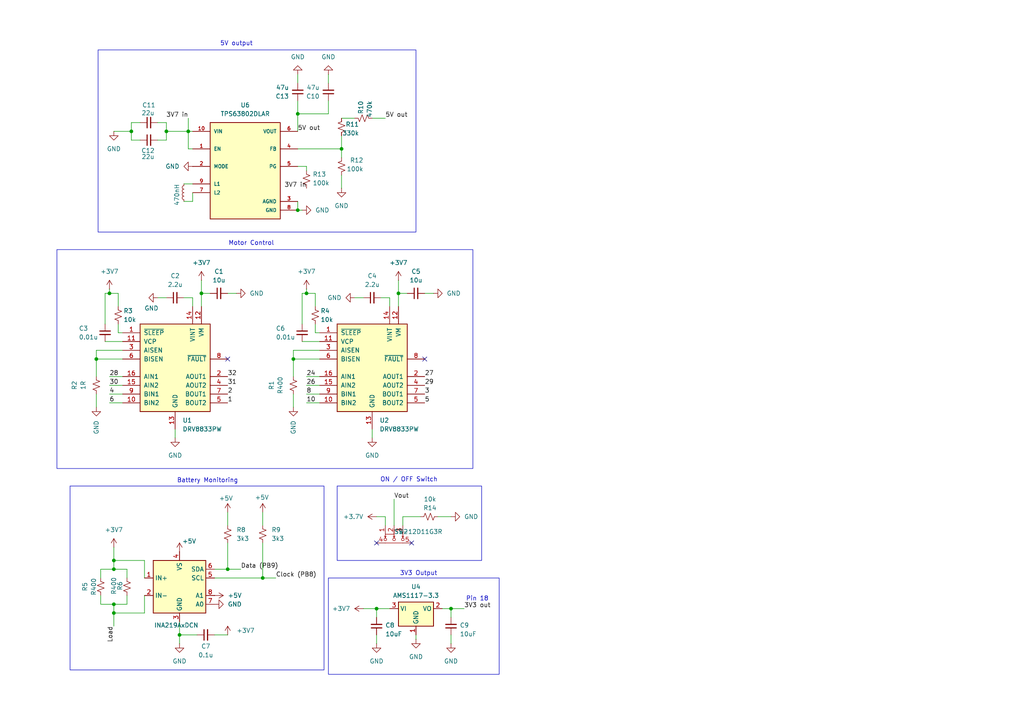
<source format=kicad_sch>
(kicad_sch (version 20250114) (generator "eeschema") (generator_version "9.0")
  (paper "A4")
  (lib_symbols
    (symbol "Device:C_Small" (pin_numbers (hide yes)) (pin_names (offset 0.254) (hide yes))
      (property "Reference" "C" (at 0.254 1.778 0))
      (property "Value" "C_Small" (at 0.254 -2.032 0))
      (symbol "C_Small_0_1"
        (polyline (pts (xy -1.524 0.508) (xy 1.524 0.508)) (stroke (width 0.3048)))
        (polyline (pts (xy -1.524 -0.508) (xy 1.524 -0.508)) (stroke (width 0.3302)))
      )
      (symbol "C_Small_1_1"
        (pin passive line (at 0 2.54 270) (length 2.032) (name "~") (number "1"))
        (pin passive line (at 0 -2.54 90) (length 2.032) (name "~") (number "2"))
      )
    )
    (symbol "Device:L_Small" (pin_numbers (hide yes)) (pin_names (offset 0.254) (hide yes))
      (property "Reference" "L" (at 0.762 1.016 0))
      (property "Value" "L_Small" (at 0.762 -1.016 0))
      (symbol "L_Small_0_1"
        (arc (start 0 2.032) (mid 0.5058 1.524) (end 0 1.016))
        (arc (start 0 1.016) (mid 0.5058 0.508) (end 0 0))
        (arc (start 0 0) (mid 0.5058 -0.508) (end 0 -1.016))
        (arc (start 0 -1.016) (mid 0.5058 -1.524) (end 0 -2.032))
      )
      (symbol "L_Small_1_1"
        (pin passive line (at 0 2.54 270) (length 0.508) (name "~") (number "1"))
        (pin passive line (at 0 -2.54 90) (length 0.508) (name "~") (number "2"))
      )
    )
    (symbol "Device:R_Small_US" (pin_numbers (hide yes)) (pin_names (offset 0.254) (hide yes))
      (property "Reference" "R" (at 0.762 0.508 0))
      (property "Value" "R_Small_US" (at 0.762 -1.016 0))
      (symbol "R_Small_US_1_1"
        (polyline (pts (xy 0 1.524) (xy 1.016 1.143) (xy 0 0.762) (xy -1.016 0.381) (xy 0 0)))
        (polyline (pts (xy 0 0) (xy 1.016 -0.381) (xy 0 -0.762) (xy -1.016 -1.143) (xy 0 -1.524)))
        (pin passive line (at 0 2.54 270) (length 1.016) (name "~") (number "1"))
        (pin passive line (at 0 -2.54 90) (length 1.016) (name "~") (number "2"))
      )
    )
    (symbol "Driver_Motor:DRV8833PW" (pin_names (offset 1.016))
      (property "Reference" "U" (at -3.81 16.51 0))
      (property "Value" "DRV8833PW" (at -3.81 13.97 0))
      (symbol "DRV8833PW_0_1"
        (rectangle (start -10.16 12.7) (end 10.16 -12.7) (stroke (width 0.254)) (fill (type background)))
      )
      (symbol "DRV8833PW_1_1"
        (pin input line (at -15.24 10.16 0) (length 5.08) (name "~{SLEEP}") (number "1"))
        (pin bidirectional line (at -15.24 7.62 0) (length 5.08) (name "VCP") (number "11"))
        (pin bidirectional line (at -15.24 5.08 0) (length 5.08) (name "AISEN") (number "3"))
        (pin bidirectional line (at -15.24 2.54 0) (length 5.08) (name "BISEN") (number "6"))
        (pin input line (at -15.24 -2.54 0) (length 5.08) (name "AIN1") (number "16"))
        (pin input line (at -15.24 -5.08 0) (length 5.08) (name "AIN2") (number "15"))
        (pin input line (at -15.24 -7.62 0) (length 5.08) (name "BIN1") (number "9"))
        (pin input line (at -15.24 -10.16 0) (length 5.08) (name "BIN2") (number "10"))
        (pin power_in line (at 0 -17.78 90) (length 5.08) (name "GND") (number "13"))
        (pin power_in line (at 5.08 17.78 270) (length 5.08) (name "VINT") (number "14"))
        (pin power_in line (at 7.62 17.78 270) (length 5.08) (name "VM") (number "12"))
        (pin open_collector line (at 15.24 2.54 180) (length 5.08) (name "~{FAULT}") (number "8"))
        (pin power_out line (at 15.24 -2.54 180) (length 5.08) (name "AOUT1") (number "2"))
        (pin power_out line (at 15.24 -5.08 180) (length 5.08) (name "AOUT2") (number "4"))
        (pin power_out line (at 15.24 -7.62 180) (length 5.08) (name "BOUT1") (number "7"))
        (pin power_out line (at 15.24 -10.16 180) (length 5.08) (name "BOUT2") (number "5"))
      )
    )
    (symbol "Regulator_Linear:AMS1117-3.3"
      (property "Reference" "U" (at -3.81 3.175 0))
      (property "Value" "AMS1117-3.3" (at 0 3.175 0))
      (symbol "AMS1117-3.3_0_1"
        (rectangle (start -5.08 -5.08) (end 5.08 1.905) (stroke (width 0.254)) (fill (type background)))
      )
      (symbol "AMS1117-3.3_1_1"
        (pin power_in line (at -7.62 0 0) (length 2.54) (name "VI") (number "3"))
        (pin power_in line (at 0 -7.62 90) (length 2.54) (name "GND") (number "1"))
        (pin power_out line (at 7.62 0 180) (length 2.54) (name "VO") (number "2"))
      )
    )
    (symbol "Sensor_Energy:INA219AxDCN"
      (property "Reference" "U" (at -6.35 8.89 0))
      (property "Value" "INA219AxDCN" (at 6.35 8.89 0))
      (symbol "INA219AxDCN_0_1"
        (rectangle (start -7.62 7.62) (end 7.62 -7.62) (stroke (width 0.254)) (fill (type background)))
      )
      (symbol "INA219AxDCN_1_1"
        (pin input line (at -10.16 2.54 0) (length 2.54) (name "IN+") (number "1"))
        (pin input line (at -10.16 -2.54 0) (length 2.54) (name "IN-") (number "2"))
        (pin power_in line (at 0 10.16 270) (length 2.54) (name "VS") (number "4"))
        (pin power_in line (at 0 -10.16 90) (length 2.54) (name "GND") (number "3"))
        (pin bidirectional line (at 10.16 5.08 180) (length 2.54) (name "SDA") (number "6"))
        (pin input line (at 10.16 2.54 180) (length 2.54) (name "SCL") (number "5"))
        (pin input line (at 10.16 -2.54 180) (length 2.54) (name "A1") (number "8"))
        (pin input line (at 10.16 -5.08 180) (length 2.54) (name "A0") (number "7"))
      )
    )
    (symbol "TPS63802DLAR:TPS63802DLAR" (pin_names (offset 1.016))
      (property "Reference" "U" (at -10.16 13.97 0))
      (property "Value" "TPS63802DLAR" (at -10.16 -16.51 0))
      (symbol "TPS63802DLAR_0_0"
        (rectangle (start -10.16 -15.24) (end 10.16 12.7) (stroke (width 0.254)) (fill (type background)))
        (pin input line (at -15.24 10.16 0) (length 5.08) (name "VIN") (number "10"))
        (pin input line (at -15.24 5.08 0) (length 5.08) (name "EN") (number "1"))
        (pin input line (at -15.24 0 0) (length 5.08) (name "MODE") (number "2"))
        (pin passive line (at -15.24 -5.08 0) (length 5.08) (name "L1") (number "9"))
        (pin passive line (at -15.24 -7.62 0) (length 5.08) (name "L2") (number "7"))
        (pin output line (at 15.24 10.16 180) (length 5.08) (name "VOUT") (number "6"))
        (pin input line (at 15.24 5.08 180) (length 5.08) (name "FB") (number "4"))
        (pin output line (at 15.24 0 180) (length 5.08) (name "PG") (number "5"))
        (pin power_in line (at 15.24 -10.16 180) (length 5.08) (name "AGND") (number "3"))
        (pin power_in line (at 15.24 -12.7 180) (length 5.08) (name "GND") (number "8"))
      )
    )
    (symbol "power:+3.3V" (power) (pin_numbers (hide yes)) (pin_names (offset 0) (hide yes))
      (property "Value" "+3.3V" (at 0 3.556 0))
      (symbol "+3.3V_0_1"
        (polyline (pts (xy -0.762 1.27) (xy 0 2.54)))
        (polyline (pts (xy 0 2.54) (xy 0.762 1.27)))
        (polyline (pts (xy 0 0) (xy 0 2.54)))
      )
      (symbol "+3.3V_1_1"
        (pin power_in line (at 0 0 90) (length 0) (name "~") (number "1"))
      )
    )
    (symbol "power:+3V8" (power) (pin_numbers (hide yes)) (pin_names (offset 0) (hide yes))
      (property "Value" "+3V8" (at 0 3.556 0))
      (symbol "+3V8_0_1"
        (polyline (pts (xy -0.762 1.27) (xy 0 2.54)))
        (polyline (pts (xy 0 2.54) (xy 0.762 1.27)))
        (polyline (pts (xy 0 0) (xy 0 2.54)))
      )
      (symbol "+3V8_1_1"
        (pin power_in line (at 0 0 90) (length 0) (name "~") (number "1"))
      )
    )
    (symbol "power:GND" (power) (pin_numbers (hide yes)) (pin_names (offset 0) (hide yes))
      (property "Value" "GND" (at 0 -3.81 0))
      (symbol "GND_0_1"
        (polyline (pts (xy 0 0) (xy 0 -1.27) (xy 1.27 -1.27) (xy 0 -2.54) (xy -1.27 -1.27) (xy 0 -1.27)))
      )
      (symbol "GND_1_1"
        (pin power_in line (at 0 0 270) (length 0) (name "~") (number "1"))
      )
    )
    (symbol "temp-altium-import:root_0_SS-12D11G3R_" (pin_names (hide yes))
      (symbol "root_0_SS-12D11G3R__1_0"
        (polyline (pts (xy -2.54 -1.016) (xy -2.794 -0.508)) (stroke (width 0) (color 160 0 0 1)))
        (polyline (pts (xy -2.54 -1.016) (xy -2.286 -0.508)) (stroke (width 0) (color 160 0 0 1)))
        (polyline (pts (xy -2.54 -1.016) (xy -2.54 0) (xy -2.54 0) (xy 0 0) (xy 0 0) (xy 0 -1.016) (xy 0 -1.016) (xy 0.254 -0.508)) (stroke (width 0) (color 160 0 0 1)))
        (circle (center -2.54 -1.524) (radius 0.381) (stroke (width 0) (color 160 0 0 1)))
        (polyline (pts (xy -2.54 -2.54) (xy 2.54 -2.54)) (stroke (width 0) (color 160 0 0 1)))
        (polyline (pts (xy 0 0) (xy 0 1.27) (xy 0 1.27) (xy 2.54 1.27) (xy 2.54 1.27) (xy 2.54 -1.016) (xy 2.54 -1.016) (xy 2.794 -0.508)) (stroke (width 0) (color 160 0 0 1)))
        (polyline (pts (xy 0 -1.016) (xy -0.254 -0.508)) (stroke (width 0) (color 160 0 0 1)))
        (circle (center 0 -1.524) (radius 0.381) (stroke (width 0) (color 160 0 0 1)))
        (polyline (pts (xy 2.54 -1.016) (xy 2.286 -0.508)) (stroke (width 0) (color 160 0 0 1)))
        (circle (center 2.54 -1.524) (radius 0.381) (stroke (width 0) (color 160 0 0 1)))
        (pin passive line (at -5.08 -2.54 0) (length 2.54) (name "4") (number "4"))
        (pin passive line (at -2.54 2.54 270) (length 2.54) (name "1") (number "1"))
        (pin passive line (at 0 2.54 270) (length 2.54) (name "2") (number "2"))
        (pin passive line (at 2.54 2.54 270) (length 2.54) (name "3") (number "3"))
        (pin passive line (at 5.08 -2.54 180) (length 2.54) (name "5") (number "5"))
      )
    )
  )
  (rectangle (start 16.51 72.39) (end 137.16 135.89))
  (rectangle (start 20.32 140.97) (end 93.98 194.31))
  (rectangle (start 97.79 140.97) (end 139.7 162.56))
  (rectangle (start 28.448 14.478) (end 120.65 67.31))
  (rectangle (start 95.25 167.64) (end 144.78 195.58))
  (text "Motor Control" (at 72.898 70.612 0) (effects (font (size 1.27 1.27))))
  (text "3V3 Output" (at 121.412 166.37 0) (effects (font (size 1.27 1.27))))
  (text "Battery Monitoring" (at 60.198 139.446 0) (effects (font (size 1.27 1.27))))
  (text "Pin 18" (at 138.43 173.736 0) (effects (font (size 1.27 1.27))))
  (text "ON / OFF Switch" (at 118.618 139.192 0) (effects (font (size 1.27 1.27))))
  (text "5V output" (at 68.58 12.7 0) (effects (font (size 1.27 1.27))))
  (junction (at 88.9 85.09))
  (junction (at 52.07 184.15))
  (junction (at 27.94 104.14))
  (junction (at 54.61 38.1))
  (junction (at 48.26 38.1))
  (junction (at 33.02 177.8))
  (junction (at 99.06 43.18))
  (junction (at 115.57 85.09))
  (junction (at 33.02 175.26))
  (junction (at 66.04 165.1))
  (junction (at 38.1 38.1))
  (junction (at 31.75 85.09))
  (junction (at 109.22 176.53))
  (junction (at 58.42 85.09))
  (junction (at 86.36 33.02))
  (junction (at 85.09 104.14))
  (junction (at 86.36 60.96))
  (junction (at 76.2 167.64))
  (junction (at 33.02 165.1))
  (junction (at 33.02 162.56))
  (junction (at 130.81 176.53))
  (no_connect (at 109.22 157.48))
  (no_connect (at 119.38 157.48))
  (no_connect (at 123.19 104.14))
  (no_connect (at 66.04 104.14))
  (wire (pts (xy 66.04 148.59) (xy 66.04 152.4)))
  (wire (pts (xy 85.09 104.14) (xy 85.09 101.6)))
  (wire (pts (xy 110.49 86.36) (xy 113.03 86.36)))
  (wire (pts (xy 86.36 24.13) (xy 86.36 21.59)))
  (wire (pts (xy 31.75 111.76) (xy 35.56 111.76)))
  (wire (pts (xy 130.81 184.15) (xy 130.81 186.69)))
  (wire (pts (xy 58.42 85.09) (xy 60.96 85.09)))
  (wire (pts (xy 31.75 114.3) (xy 35.56 114.3)))
  (wire (pts (xy 88.9 83.82) (xy 88.9 85.09)))
  (wire (pts (xy 123.19 85.09) (xy 125.73 85.09)))
  (wire (pts (xy 109.22 176.53) (xy 113.03 176.53)))
  (wire (pts (xy 87.63 85.09) (xy 87.63 93.98)))
  (wire (pts (xy 76.2 157.48) (xy 76.2 167.64)))
  (wire (pts (xy 95.25 33.02) (xy 86.36 33.02)))
  (wire (pts (xy 66.04 165.1) (xy 69.85 165.1)))
  (wire (pts (xy 130.81 176.53) (xy 134.62 176.53)))
  (wire (pts (xy 85.09 109.22) (xy 85.09 104.14)))
  (wire (pts (xy 35.56 99.06) (xy 30.48 99.06)))
  (wire (pts (xy 62.23 167.64) (xy 76.2 167.64)))
  (wire (pts (xy 86.36 60.96) (xy 87.63 60.96)))
  (wire (pts (xy 33.02 162.56) (xy 33.02 165.1)))
  (wire (pts (xy 58.42 81.28) (xy 58.42 85.09)))
  (wire (pts (xy 33.02 165.1) (xy 36.83 165.1)))
  (wire (pts (xy 27.94 109.22) (xy 27.94 104.14)))
  (wire (pts (xy 41.91 167.64) (xy 41.91 162.56)))
  (wire (pts (xy 53.34 53.34) (xy 55.88 53.34)))
  (wire (pts (xy 36.83 172.72) (xy 36.83 175.26)))
  (wire (pts (xy 40.64 35.56) (xy 38.1 35.56)))
  (wire (pts (xy 38.1 35.56) (xy 38.1 38.1)))
  (wire (pts (xy 40.64 40.64) (xy 38.1 40.64)))
  (wire (pts (xy 54.61 34.29) (xy 54.61 38.1)))
  (wire (pts (xy 41.91 172.72) (xy 41.91 177.8)))
  (wire (pts (xy 66.04 184.15) (xy 62.23 184.15)))
  (wire (pts (xy 29.21 167.64) (xy 29.21 165.1)))
  (wire (pts (xy 107.95 124.46) (xy 107.95 127)))
  (wire (pts (xy 52.07 180.34) (xy 52.07 184.15)))
  (wire (pts (xy 114.3 144.78) (xy 114.3 152.4)))
  (wire (pts (xy 34.29 85.09) (xy 34.29 88.9)))
  (wire (pts (xy 86.36 48.26) (xy 88.9 48.26)))
  (wire (pts (xy 87.63 85.09) (xy 88.9 85.09)))
  (wire (pts (xy 109.22 176.53) (xy 109.22 179.07)))
  (wire (pts (xy 48.26 38.1) (xy 48.26 40.64)))
  (wire (pts (xy 30.48 85.09) (xy 31.75 85.09)))
  (wire (pts (xy 109.22 149.86) (xy 111.76 149.86)))
  (wire (pts (xy 31.75 116.84) (xy 35.56 116.84)))
  (wire (pts (xy 111.76 149.86) (xy 111.76 152.4)))
  (wire (pts (xy 27.94 118.11) (xy 27.94 114.3)))
  (wire (pts (xy 58.42 85.09) (xy 58.42 88.9)))
  (wire (pts (xy 48.26 35.56) (xy 48.26 38.1)))
  (wire (pts (xy 121.92 149.86) (xy 116.84 149.86)))
  (wire (pts (xy 66.04 157.48) (xy 66.04 165.1)))
  (wire (pts (xy 99.06 43.18) (xy 86.36 43.18)))
  (wire (pts (xy 107.95 34.29) (xy 111.76 34.29)))
  (wire (pts (xy 33.02 175.26) (xy 33.02 177.8)))
  (wire (pts (xy 105.41 176.53) (xy 109.22 176.53)))
  (wire (pts (xy 45.72 86.36) (xy 48.26 86.36)))
  (wire (pts (xy 29.21 165.1) (xy 33.02 165.1)))
  (wire (pts (xy 27.94 104.14) (xy 35.56 104.14)))
  (wire (pts (xy 33.02 177.8) (xy 33.02 181.61)))
  (wire (pts (xy 54.61 43.18) (xy 54.61 38.1)))
  (wire (pts (xy 38.1 38.1) (xy 38.1 40.64)))
  (wire (pts (xy 99.06 50.8) (xy 99.06 54.61)))
  (wire (pts (xy 34.29 96.52) (xy 35.56 96.52)))
  (wire (pts (xy 30.48 85.09) (xy 30.48 93.98)))
  (wire (pts (xy 99.06 39.37) (xy 99.06 43.18)))
  (wire (pts (xy 55.88 43.18) (xy 54.61 43.18)))
  (wire (pts (xy 116.84 149.86) (xy 116.84 152.4)))
  (wire (pts (xy 91.44 85.09) (xy 91.44 88.9)))
  (wire (pts (xy 88.9 49.53) (xy 88.9 48.26)))
  (wire (pts (xy 85.09 104.14) (xy 92.71 104.14)))
  (wire (pts (xy 102.87 86.36) (xy 105.41 86.36)))
  (wire (pts (xy 109.22 184.15) (xy 109.22 186.69)))
  (wire (pts (xy 31.75 85.09) (xy 34.29 85.09)))
  (wire (pts (xy 76.2 167.64) (xy 80.01 167.64)))
  (wire (pts (xy 76.2 148.59) (xy 76.2 152.4)))
  (wire (pts (xy 95.25 24.13) (xy 95.25 21.59)))
  (wire (pts (xy 55.88 55.88) (xy 55.88 58.42)))
  (wire (pts (xy 53.34 58.42) (xy 55.88 58.42)))
  (wire (pts (xy 86.36 33.02) (xy 86.36 29.21)))
  (wire (pts (xy 33.02 158.75) (xy 33.02 162.56)))
  (wire (pts (xy 34.29 93.98) (xy 34.29 96.52)))
  (wire (pts (xy 31.75 109.22) (xy 35.56 109.22)))
  (wire (pts (xy 91.44 96.52) (xy 92.71 96.52)))
  (wire (pts (xy 130.81 176.53) (xy 130.81 179.07)))
  (wire (pts (xy 33.02 177.8) (xy 41.91 177.8)))
  (wire (pts (xy 33.02 175.26) (xy 36.83 175.26)))
  (wire (pts (xy 29.21 175.26) (xy 33.02 175.26)))
  (wire (pts (xy 35.56 101.6) (xy 27.94 101.6)))
  (wire (pts (xy 45.72 35.56) (xy 48.26 35.56)))
  (wire (pts (xy 27.94 104.14) (xy 27.94 101.6)))
  (wire (pts (xy 92.71 101.6) (xy 85.09 101.6)))
  (wire (pts (xy 115.57 85.09) (xy 115.57 88.9)))
  (wire (pts (xy 88.9 109.22) (xy 92.71 109.22)))
  (wire (pts (xy 29.21 172.72) (xy 29.21 175.26)))
  (wire (pts (xy 88.9 116.84) (xy 92.71 116.84)))
  (wire (pts (xy 95.25 33.02) (xy 95.25 29.21)))
  (wire (pts (xy 62.23 165.1) (xy 66.04 165.1)))
  (wire (pts (xy 55.88 88.9) (xy 55.88 86.36)))
  (wire (pts (xy 38.1 38.1) (xy 33.02 38.1)))
  (wire (pts (xy 86.36 58.42) (xy 86.36 60.96)))
  (wire (pts (xy 48.26 40.64) (xy 45.72 40.64)))
  (wire (pts (xy 128.27 176.53) (xy 130.81 176.53)))
  (wire (pts (xy 113.03 88.9) (xy 113.03 86.36)))
  (wire (pts (xy 57.15 184.15) (xy 52.07 184.15)))
  (wire (pts (xy 31.75 83.82) (xy 31.75 85.09)))
  (wire (pts (xy 55.88 38.1) (xy 54.61 38.1)))
  (wire (pts (xy 36.83 165.1) (xy 36.83 167.64)))
  (wire (pts (xy 88.9 111.76) (xy 92.71 111.76)))
  (wire (pts (xy 54.61 38.1) (xy 48.26 38.1)))
  (wire (pts (xy 50.8 124.46) (xy 50.8 127)))
  (wire (pts (xy 120.65 184.15) (xy 120.65 185.42)))
  (wire (pts (xy 53.34 86.36) (xy 55.88 86.36)))
  (wire (pts (xy 66.04 85.09) (xy 68.58 85.09)))
  (wire (pts (xy 52.07 184.15) (xy 52.07 186.69)))
  (wire (pts (xy 88.9 85.09) (xy 91.44 85.09)))
  (wire (pts (xy 99.06 43.18) (xy 99.06 45.72)))
  (wire (pts (xy 115.57 81.28) (xy 115.57 85.09)))
  (wire (pts (xy 99.06 34.29) (xy 102.87 34.29)))
  (wire (pts (xy 88.9 114.3) (xy 92.71 114.3)))
  (wire (pts (xy 85.09 118.11) (xy 85.09 114.3)))
  (wire (pts (xy 33.02 162.56) (xy 41.91 162.56)))
  (wire (pts (xy 130.81 149.86) (xy 127 149.86)))
  (wire (pts (xy 91.44 93.98) (xy 91.44 96.52)))
  (wire (pts (xy 92.71 99.06) (xy 87.63 99.06)))
  (wire (pts (xy 115.57 85.09) (xy 118.11 85.09)))
  (wire (pts (xy 86.36 33.02) (xy 86.36 38.1)))
  (label "3V7 in" (at 54.61 34.29 180))
  (label "1" (at 66.04 116.84 0))
  (label "8" (at 88.9 114.3 0))
  (label "32" (at 66.04 109.22 0))
  (label "Load" (at 33.02 181.61 270))
  (label "6" (at 31.75 116.84 0))
  (label "4" (at 31.75 114.3 0))
  (label "Vout" (at 114.3 144.78 0))
  (label "29" (at 123.19 111.76 0))
  (label "10" (at 88.9 116.84 0))
  (label "30" (at 31.75 111.76 0))
  (label "27" (at 123.19 109.22 0))
  (label "3" (at 123.19 114.3 0))
  (label "5" (at 123.19 116.84 0))
  (label "5V out" (at 86.36 38.1 0))
  (label "Data (PB9)" (at 69.85 165.1 0))
  (label "24" (at 88.9 109.22 0))
  (label "2" (at 66.04 114.3 0))
  (label "26" (at 88.9 111.76 0))
  (label "5V out" (at 111.76 34.29 0))
  (label "3V7 in" (at 88.9 54.61 180))
  (label "3V3 out" (at 134.62 176.53 0))
  (label "28" (at 31.75 109.22 0))
  (label "31" (at 66.04 111.76 0))
  (label "Clock (PB8)" (at 80.01 167.64 0))
  (symbol (lib_id "power:+3V8") (at 66.04 184.15 0) (unit 1)
    (property "Reference" "#PWR021" (effects (hide yes)))
    (property "Value" "+3V7" (at 68.58 182.8799 0) (effects (justify left)))
    (property "Description" "Power symbol creates a global label with name \"+3V8\"" (effects (hide yes)))
  )
  (symbol (lib_id "Device:C_Small") (at 95.25 26.67 180) (unit 1)
    (property "Reference" "C10" (at 92.71 27.9338 0) (effects (justify left)))
    (property "Value" "47u" (at 92.71 25.3938 0) (effects (justify left)))
    (property "Footprint" "Capacitor_SMD:C_0402_1005Metric_Pad0.74x0.62mm_HandSolder" (effects (hide yes)))
    (property "Datasheet" "https://jlcpcb.com/api/file/downloadByFileSystemAccessId/8586178935554256896" (effects (hide yes)))
    (property "Description" "Unpolarized capacitor, small symbol" (effects (hide yes)))
    (property "LSCS" "C96123" (effects (hide yes)))
  )
  (symbol (lib_id "power:GND") (at 99.06 54.61 0) (mirror y) (unit 1)
    (property "Reference" "#PWR027" (effects (hide yes)))
    (property "Value" "GND" (at 99.06 59.69 0))
    (property "Description" "Power symbol creates a global label with name \"GND\" , ground" (effects (hide yes)))
  )
  (symbol (lib_id "Device:R_Small_US") (at 99.06 48.26 0) (mirror y) (unit 1)
    (property "Reference" "R12" (at 105.41 46.482 0) (effects (justify left)))
    (property "Value" "100k" (at 105.41 49.022 0) (effects (justify left)))
    (property "Footprint" "Resistor_SMD:R_0402_1005Metric_Pad0.72x0.64mm_HandSolder" (effects (hide yes)))
    (property "Datasheet" "https://jlcpcb.com/api/file/downloadByFileSystemAccessId/8579705919464263680" (effects (hide yes)))
    (property "Description" "Resistor, small US symbol" (effects (hide yes)))
    (property "LSCS" "C25741" (effects (hide yes)))
  )
  (symbol (lib_id "Device:R_Small_US") (at 36.83 170.18 180) (unit 1)
    (property "Reference" "R6" (at 34.798 169.926 90))
    (property "Value" "R400" (at 33.02 169.926 90))
    (property "Footprint" "Resistor_SMD:R_1206_3216Metric_Pad1.30x1.75mm_HandSolder" (effects (hide yes)))
    (property "Datasheet" "https://jlcpcb.com/api/file/downloadByFileSystemAccessId/8586177770150113280" (effects (hide yes)))
    (property "Description" "Resistor, small US symbol" (effects (hide yes)))
    (property "LSCS" "C247521" (effects (hide yes)))
  )
  (symbol (lib_id "Device:R_Small_US") (at 105.41 34.29 90) (mirror x) (unit 1)
    (property "Reference" "R10" (at 104.648 29.21 0) (effects (justify left)))
    (property "Value" "470k" (at 107.188 29.21 0) (effects (justify left)))
    (property "Footprint" "Resistor_SMD:R_0603_1608Metric_Pad0.98x0.95mm_HandSolder" (effects (hide yes)))
    (property "Datasheet" "https://jlcpcb.com/api/file/downloadByFileSystemAccessId/8579706262591750144" (effects (hide yes)))
    (property "Description" "Resistor, small US symbol" (effects (hide yes)))
    (property "LSCS" "C23178" (effects (hide yes)))
  )
  (symbol (lib_id "power:GND") (at 107.95 127 0) (unit 1)
    (property "Reference" "#PWR012" (effects (hide yes)))
    (property "Value" "GND" (at 107.95 132.08 0))
    (property "Description" "Power symbol creates a global label with name \"GND\" , ground" (effects (hide yes)))
  )
  (symbol (lib_id "power:+3V8") (at 52.07 160.02 0) (unit 1)
    (property "Reference" "#PWR07" (effects (hide yes)))
    (property "Value" "+5V" (at 52.832 156.972 0) (effects (justify left)))
    (property "Description" "Power symbol creates a global label with name \"+3V8\"" (effects (hide yes)))
  )
  (symbol (lib_id "power:GND") (at 85.09 118.11 0) (unit 1)
    (property "Reference" "#PWR01" (effects (hide yes)))
    (property "Value" "GND" (at 85.0899 121.92 90) (effects (justify right)))
    (property "Description" "Power symbol creates a global label with name \"GND\" , ground" (effects (hide yes)))
  )
  (symbol (lib_id "Device:R_Small_US") (at 66.04 154.94 0) (unit 1)
    (property "Reference" "R8" (at 68.58 153.6699 0) (effects (justify left)))
    (property "Value" "3k3" (at 68.58 156.2099 0) (effects (justify left)))
    (property "Footprint" "Resistor_SMD:R_0603_1608Metric_Pad0.98x0.95mm_HandSolder" (effects (hide yes)))
    (property "Datasheet" "https://jlcpcb.com/api/file/downloadByFileSystemAccessId/8579706198066577408" (effects (hide yes)))
    (property "Description" "Resistor, small US symbol" (effects (hide yes)))
    (property "LCSC" "C22978" (effects (hide yes)))
  )
  (symbol (lib_id "Device:R_Small_US") (at 27.94 111.76 180) (unit 1)
    (property "Reference" "R2" (at 21.59 111.76 90))
    (property "Value" "1R" (at 24.13 111.76 90))
    (property "Footprint" "Resistor_SMD:R_1206_3216Metric_Pad1.30x1.75mm_HandSolder" (effects (hide yes)))
    (property "Datasheet" "https://jlcpcb.com/api/file/downloadByFileSystemAccessId/8579705884869509120" (effects (hide yes)))
    (property "Description" "Resistor, small US symbol" (effects (hide yes)))
    (property "LSCS" "C17928" (effects (hide yes)))
  )
  (symbol (lib_id "Device:C_Small") (at 107.95 86.36 90) (unit 1)
    (property "Reference" "C4" (at 107.9563 80.01 90))
    (property "Value" "2.2u" (at 107.9563 82.55 90))
    (property "Footprint" "Capacitor_SMD:C_0402_1005Metric_Pad0.74x0.62mm_HandSolder" (effects (hide yes)))
    (property "Datasheet" "https://jlcpcb.com/api/file/downloadByFileSystemAccessId/8586178550172540928" (effects (hide yes)))
    (property "Description" "Unpolarized capacitor, small symbol" (effects (hide yes)))
    (property "LSCS" "C12530" (effects (hide yes)))
  )
  (symbol (lib_id "power:GND") (at 102.87 86.36 270) (unit 1)
    (property "Reference" "#PWR08" (effects (hide yes)))
    (property "Value" "GND" (at 99.06 86.3599 90) (effects (justify right)))
    (property "Description" "Power symbol creates a global label with name \"GND\" , ground" (effects (hide yes)))
  )
  (symbol (lib_id "Device:C_Small") (at 130.81 181.61 180) (unit 1)
    (property "Reference" "C9" (at 133.35 181.356 0) (effects (justify right)))
    (property "Value" "10uF" (at 133.35 183.896 0) (effects (justify right)))
    (property "Footprint" "Capacitor_SMD:C_0402_1005Metric_Pad0.74x0.62mm_HandSolder" (effects (hide yes)))
    (property "Datasheet" "https://jlcpcb.com/api/file/downloadByFileSystemAccessId/8579707107920437248" (effects (hide yes)))
    (property "Description" "Unpolarized capacitor, small symbol" (effects (hide yes)))
    (property "LSCS" "C19702" (effects (hide yes)))
  )
  (symbol (lib_id "Device:R_Small_US") (at 88.9 52.07 0) (unit 1)
    (property "Reference" "R13" (at 90.678 50.546 0) (effects (justify left)))
    (property "Value" "100k" (at 90.678 53.086 0) (effects (justify left)))
    (property "Footprint" "Resistor_SMD:R_0402_1005Metric_Pad0.72x0.64mm_HandSolder" (effects (hide yes)))
    (property "Datasheet" "https://jlcpcb.com/api/file/downloadByFileSystemAccessId/8579705919464263680" (effects (hide yes)))
    (property "Description" "Resistor, small US symbol" (effects (hide yes)))
    (property "LSCS" "C25741" (effects (hide yes)))
  )
  (symbol (lib_id "Driver_Motor:DRV8833PW") (at 50.8 106.68 0) (unit 1)
    (property "Reference" "U1" (at 52.9433 121.92 0) (effects (justify left)))
    (property "Value" "DRV8833PW" (at 52.9433 124.46 0) (effects (justify left)))
    (property "Footprint" "Package_SO:TSSOP-16_4.4x5mm_P0.65mm" (effects (hide yes)))
    (property "Datasheet" "https://jlcpcb.com/api/file/downloadByFileSystemAccessId/8588881461298802689" (effects (hide yes)))
    (property "Description" "Dual H-Bridge Motor Driver, TSSOP-16" (effects (hide yes)))
    (property "LSCS" " C50506" (effects (hide yes)))
  )
  (symbol (lib_id "power:GND") (at 86.36 21.59 180) (unit 1)
    (property "Reference" "#PWR031" (effects (hide yes)))
    (property "Value" "GND" (at 86.36 16.51 0))
    (property "Description" "Power symbol creates a global label with name \"GND\" , ground" (effects (hide yes)))
  )
  (symbol (lib_id "Device:R_Small_US") (at 124.46 149.86 270) (unit 1)
    (property "Reference" "R14" (at 124.714 147.32 90))
    (property "Value" "10k" (at 124.714 144.78 90))
    (property "Footprint" "Resistor_SMD:R_0402_1005Metric_Pad0.72x0.64mm_HandSolder" (effects (hide yes)))
    (property "Datasheet" "https://jlcpcb.com/api/file/downloadByFileSystemAccessId/8556212101498380288" (effects (hide yes)))
    (property "Description" "Resistor, small US symbol" (effects (hide yes)))
    (property "LSCS" "C25744" (effects (hide yes)))
  )
  (symbol (lib_id "power:GND") (at 27.94 118.11 0) (unit 1)
    (property "Reference" "#PWR03" (effects (hide yes)))
    (property "Value" "GND" (at 27.9399 121.92 90) (effects (justify right)))
    (property "Description" "Power symbol creates a global label with name \"GND\" , ground" (effects (hide yes)))
  )
  (symbol (lib_id "power:+3V8") (at 62.23 172.72 270) (unit 1)
    (property "Reference" "#PWR018" (effects (hide yes)))
    (property "Value" "+5V" (at 66.04 172.7199 90) (effects (justify left)))
    (property "Description" "Power symbol creates a global label with name \"+3V8\"" (effects (hide yes)))
  )
  (symbol (lib_id "temp-altium-import:root_0_SS-12D11G3R_") (at 114.3 154.94 0) (unit 1)
    (property "Reference" "SW2" (at 114.3 154.94 0) (effects (justify left bottom)))
    (property "Value" "SS-12D11G3R" (at 114.3 154.94 0) (effects (justify left bottom)))
    (property "Footprint" "SS-12D11G3R:SW-TH_SS-12D11L3" (effects (hide yes)))
    (property "SYMBOL" "SS-12D11G3R" (effects (hide yes)))
    (property "DEVICE" "SS-12D11G3R" (effects (hide yes)))
    (property "LCSC PART NAME" "柄长3mm 弯插双档 滑动开关" (effects (hide yes)))
    (property "SUPPLIER PART" "C843362" (effects (hide yes)))
    (property "MANUFACTURER" "XKB Connectivity(中国星坤)" (effects (hide yes)))
    (property "MANUFACTURER PART" "SS-12D11G3R" (effects (hide yes)))
    (property "SUPPLIER FOOTPRINT" "插件" (effects (hide yes)))
    (property "JLCPCB PART CLASS" "Extended Part" (effects (hide yes)))
    (property "DATASHEET" "https://atta.szlcsc.com/upload/public/pdf/source/20211009/84F89DEF741E27E9E55DE4039DC07CAD.pdf" (effects (hide yes)))
    (property "SUPPLIER" "LCSC" (effects (hide yes)))
    (property "ADD INTO BOM" "yes" (effects (hide yes)))
    (property "CONVERT TO PCB" "yes" (effects (hide yes)))
    (property "CIRCUIT" "SPDT" (effects (hide yes)))
    (property "ACTUATOR STYLE" "Rectangular columnar" (effects (hide yes)))
    (property "PIN STYLE" "PCPin" (effects (hide yes)))
    (property "SWITCH LENGTH" "13.5mm" (effects (hide yes)))
    (property "SWITCH WIDTH" "6.6mm" (effects (hide yes)))
    (property "SWITCH HEIGHT" "6.3mm" (effects (hide yes)))
    (property "MOUNTING STYLE" "Right-Angle" (effects (hide yes)))
    (property "ACTUATOR COLOR" "Black" (effects (hide yes)))
    (property "CURRENT RATING (DC)" "3A" (effects (hide yes)))
    (property "VOLTAGE RATING (DC)" "125V" (effects (hide yes)))
    (property "CURRENT RATING (AC)" "3A" (effects (hide yes)))
    (property "VOLTAGE RATING (AC)" "125V" (effects (hide yes)))
    (property "MECHANICAL LIFE" "1万次" (effects (hide yes)))
    (property "OPERATING TEMPERATURE" "-40℃~+85℃" (effects (hide yes)))
  )
  (symbol (lib_id "Device:R_Small_US") (at 91.44 91.44 0) (unit 1)
    (property "Reference" "R4" (at 92.964 90.17 0) (effects (justify left)))
    (property "Value" "10k" (at 92.964 92.71 0) (effects (justify left)))
    (property "Footprint" "Resistor_SMD:R_0402_1005Metric_Pad0.72x0.64mm_HandSolder" (effects (hide yes)))
    (property "Datasheet" "https://jlcpcb.com/api/file/downloadByFileSystemAccessId/8562006748401074176" (effects (hide yes)))
    (property "Description" "Resistor, small US symbol" (effects (hide yes)))
    (property "LSCS" "C17414" (effects (hide yes)))
  )
  (symbol (lib_id "Regulator_Linear:AMS1117-3.3") (at 120.65 176.53 0) (unit 1)
    (property "Reference" "U4" (at 120.65 170.18 0))
    (property "Value" "AMS1117-3.3" (at 120.65 172.72 0))
    (property "Footprint" "Package_TO_SOT_SMD:SOT-223-3_TabPin2" (effects (hide yes)))
    (property "Datasheet" "https://jlcpcb.com/api/file/downloadByFileSystemAccessId/8550724073479806976" (effects (hide yes)))
    (property "Description" "1A Low Dropout regulator, positive, 3.3V fixed output, SOT-223" (effects (hide yes)))
    (property "LSCS" "C6186" (effects (hide yes)))
  )
  (symbol (lib_id "power:GND") (at 68.58 85.09 90) (unit 1)
    (property "Reference" "#PWR04" (effects (hide yes)))
    (property "Value" "GND" (at 72.39 85.0899 90) (effects (justify right)))
    (property "Description" "Power symbol creates a global label with name \"GND\" , ground" (effects (hide yes)))
  )
  (symbol (lib_id "power:+3V8") (at 66.04 148.59 0) (unit 1)
    (property "Reference" "#PWR020" (effects (hide yes)))
    (property "Value" "+5V" (at 63.5 144.526 0) (effects (justify left)))
    (property "Description" "Power symbol creates a global label with name \"+3V8\"" (effects (hide yes)))
  )
  (symbol (lib_id "Device:C_Small") (at 109.22 181.61 180) (unit 1)
    (property "Reference" "C8" (at 111.76 181.356 0) (effects (justify right)))
    (property "Value" "10uF" (at 111.76 183.896 0) (effects (justify right)))
    (property "Footprint" "Capacitor_SMD:C_0402_1005Metric_Pad0.74x0.62mm_HandSolder" (effects (hide yes)))
    (property "Datasheet" "https://jlcpcb.com/api/file/downloadByFileSystemAccessId/8579707107920437248" (effects (hide yes)))
    (property "Description" "Unpolarized capacitor, small symbol" (effects (hide yes)))
    (property "LSCS" "C19702" (effects (hide yes)))
  )
  (symbol (lib_id "power:+3V8") (at 58.42 81.28 0) (unit 1)
    (property "Reference" "#PWR05" (effects (hide yes)))
    (property "Value" "+3V7" (at 58.42 76.2 0))
    (property "Description" "Power symbol creates a global label with name \"+3V8\"" (effects (hide yes)))
  )
  (symbol (lib_id "power:GND") (at 87.63 60.96 90) (unit 1)
    (property "Reference" "#PWR029" (effects (hide yes)))
    (property "Value" "GND" (at 91.44 60.9599 90) (effects (justify right)))
    (property "Description" "Power symbol creates a global label with name \"GND\" , ground" (effects (hide yes)))
  )
  (symbol (lib_id "power:GND") (at 125.73 85.09 90) (unit 1)
    (property "Reference" "#PWR010" (effects (hide yes)))
    (property "Value" "GND" (at 129.54 85.0899 90) (effects (justify right)))
    (property "Description" "Power symbol creates a global label with name \"GND\" , ground" (effects (hide yes)))
  )
  (symbol (lib_id "power:+3V8") (at 115.57 81.28 0) (unit 1)
    (property "Reference" "#PWR09" (effects (hide yes)))
    (property "Value" "+3V7" (at 115.57 76.2 0))
    (property "Description" "Power symbol creates a global label with name \"+3V8\"" (effects (hide yes)))
  )
  (symbol (lib_id "power:+3V8") (at 31.75 83.82 0) (unit 1)
    (property "Reference" "#PWR013" (effects (hide yes)))
    (property "Value" "+3V7" (at 31.75 78.74 0))
    (property "Description" "Power symbol creates a global label with name \"+3V8\"" (effects (hide yes)))
  )
  (symbol (lib_id "Driver_Motor:DRV8833PW") (at 107.95 106.68 0) (unit 1)
    (property "Reference" "U2" (at 110.0933 121.92 0) (effects (justify left)))
    (property "Value" "DRV8833PW" (at 110.0933 124.46 0) (effects (justify left)))
    (property "Footprint" "Package_SO:TSSOP-16_4.4x5mm_P0.65mm" (effects (hide yes)))
    (property "Datasheet" "https://jlcpcb.com/api/file/downloadByFileSystemAccessId/8588881461298802689" (effects (hide yes)))
    (property "Description" "Dual H-Bridge Motor Driver, TSSOP-16" (effects (hide yes)))
    (property "LSCS" " C50506" (effects (hide yes)))
  )
  (symbol (lib_id "power:GND") (at 55.88 48.26 270) (unit 1)
    (property "Reference" "#PWR028" (effects (hide yes)))
    (property "Value" "GND" (at 52.07 48.2599 90) (effects (justify right)))
    (property "Description" "Power symbol creates a global label with name \"GND\" , ground" (effects (hide yes)))
  )
  (symbol (lib_id "Device:C_Small") (at 63.5 85.09 90) (unit 1)
    (property "Reference" "C1" (at 63.5063 78.74 90))
    (property "Value" "10u" (at 63.5063 81.28 90))
    (property "Footprint" "Capacitor_SMD:C_0402_1005Metric_Pad0.74x0.62mm_HandSolder" (effects (hide yes)))
    (property "Datasheet" "https://jlcpcb.com/api/file/downloadByFileSystemAccessId/8579707190011494400" (effects (hide yes)))
    (property "Description" "Unpolarized capacitor, small symbol" (effects (hide yes)))
    (property "LSCS" "C15525" (effects (hide yes)))
  )
  (symbol (lib_id "Device:R_Small_US") (at 85.09 111.76 180) (unit 1)
    (property "Reference" "R1" (at 78.74 111.76 90))
    (property "Value" "R400" (at 81.28 111.76 90))
    (property "Footprint" "Resistor_SMD:R_1206_3216Metric_Pad1.30x1.75mm_HandSolder" (effects (hide yes)))
    (property "Datasheet" "https://jlcpcb.com/api/file/downloadByFileSystemAccessId/8586177770150113280" (effects (hide yes)))
    (property "Description" "Resistor, small US symbol" (effects (hide yes)))
    (property "LSCS" "C247521" (effects (hide yes)))
  )
  (symbol (lib_id "Device:R_Small_US") (at 99.06 36.83 0) (mirror y) (unit 1)
    (property "Reference" "R11" (at 104.14 36.068 0) (effects (justify left)))
    (property "Value" "330k" (at 104.14 38.608 0) (effects (justify left)))
    (property "Footprint" "Resistor_SMD:R_0603_1608Metric_Pad0.98x0.95mm_HandSolder" (effects (hide yes)))
    (property "Datasheet" "https://jlcpcb.com/api/file/downloadByFileSystemAccessId/8579706220296658944" (effects (hide yes)))
    (property "Description" "Resistor, small US symbol" (effects (hide yes)))
    (property "LSCS" "C23137" (effects (hide yes)))
  )
  (symbol (lib_id "power:+3V8") (at 33.02 158.75 0) (unit 1)
    (property "Reference" "#PWR011" (effects (hide yes)))
    (property "Value" "+3V7" (at 33.02 153.67 0))
    (property "Description" "Power symbol creates a global label with name \"+3V8\"" (effects (hide yes)))
  )
  (symbol (lib_id "power:GND") (at 50.8 127 0) (unit 1)
    (property "Reference" "#PWR02" (effects (hide yes)))
    (property "Value" "GND" (at 50.8 132.08 0))
    (property "Description" "Power symbol creates a global label with name \"GND\" , ground" (effects (hide yes)))
  )
  (symbol (lib_id "Device:C_Small") (at 43.18 35.56 90) (mirror x) (unit 1)
    (property "Reference" "C11" (at 43.18 30.48 90))
    (property "Value" "22u" (at 42.926 32.766 90))
    (property "Footprint" "Capacitor_SMD:C_0402_1005Metric_Pad0.74x0.62mm_HandSolder" (effects (hide yes)))
    (property "Datasheet" "https://jlcpcb.com/api/file/downloadByFileSystemAccessId/8579706866429190144" (effects (hide yes)))
    (property "Description" "Unpolarized capacitor, small symbol" (effects (hide yes)))
    (property "LSCS" "C45783" (effects (hide yes)))
  )
  (symbol (lib_id "Device:C_Small") (at 50.8 86.36 90) (unit 1)
    (property "Reference" "C2" (at 50.8063 80.01 90))
    (property "Value" "2.2u" (at 50.8063 82.55 90))
    (property "Footprint" "Capacitor_SMD:C_0402_1005Metric_Pad0.74x0.62mm_HandSolder" (effects (hide yes)))
    (property "Datasheet" "https://jlcpcb.com/api/file/downloadByFileSystemAccessId/8586178550172540928" (effects (hide yes)))
    (property "Description" "Unpolarized capacitor, small symbol" (effects (hide yes)))
    (property "LSCS" "C12530" (effects (hide yes)))
  )
  (symbol (lib_id "Device:C_Small") (at 87.63 96.52 0) (unit 1)
    (property "Reference" "C6" (at 80.01 95.25 0) (effects (justify left)))
    (property "Value" "0.01u" (at 80.01 97.79 0) (effects (justify left)))
    (property "Footprint" "Capacitor_SMD:C_0805_2012Metric_Pad1.18x1.45mm_HandSolder" (effects (hide yes)))
    (property "Datasheet" "https://jlcpcb.com/api/file/downloadByFileSystemAccessId/8579706770736144384" (effects (hide yes)))
    (property "Description" "Unpolarized capacitor, small symbol" (effects (hide yes)))
    (property "LSCS" "C1710" (effects (hide yes)))
  )
  (symbol (lib_id "power:GND") (at 33.02 38.1 0) (mirror y) (unit 1)
    (property "Reference" "#PWR032" (effects (hide yes)))
    (property "Value" "GND" (at 33.02 43.18 0))
    (property "Description" "Power symbol creates a global label with name \"GND\" , ground" (effects (hide yes)))
  )
  (symbol (lib_id "Device:C_Small") (at 43.18 40.64 90) (mirror x) (unit 1)
    (property "Reference" "C12" (at 42.926 43.688 90))
    (property "Value" "22u" (at 42.926 45.466 90))
    (property "Footprint" "Capacitor_SMD:C_0402_1005Metric_Pad0.74x0.62mm_HandSolder" (effects (hide yes)))
    (property "Datasheet" "https://jlcpcb.com/api/file/downloadByFileSystemAccessId/8579706866429190144" (effects (hide yes)))
    (property "Description" "Unpolarized capacitor, small symbol" (effects (hide yes)))
    (property "LSCS" "C45783" (effects (hide yes)))
  )
  (symbol (lib_id "Device:R_Small_US") (at 76.2 154.94 0) (unit 1)
    (property "Reference" "R9" (at 78.74 153.6699 0) (effects (justify left)))
    (property "Value" "3k3" (at 78.74 156.2099 0) (effects (justify left)))
    (property "Footprint" "Resistor_SMD:R_0603_1608Metric_Pad0.98x0.95mm_HandSolder" (effects (hide yes)))
    (property "Datasheet" "https://jlcpcb.com/api/file/downloadByFileSystemAccessId/8579706198066577408" (effects (hide yes)))
    (property "Description" "Resistor, small US symbol" (effects (hide yes)))
    (property "LCSC" "C22978" (effects (hide yes)))
  )
  (symbol (lib_id "Device:C_Small") (at 59.69 184.15 90) (unit 1)
    (property "Reference" "C7" (at 59.69 187.452 90))
    (property "Value" "0.1u" (at 59.69 189.992 90))
    (property "Footprint" "Capacitor_SMD:C_0603_1608Metric_Pad1.08x0.95mm_HandSolder" (effects (hide yes)))
    (property "Datasheet" "https://jlcpcb.com/api/file/downloadByFileSystemAccessId/8579707083955945472" (effects (hide yes)))
    (property "Description" "Unpolarized capacitor, small symbol" (effects (hide yes)))
    (property "LCSC" "C14663" (effects (hide yes)))
  )
  (symbol (lib_id "power:GND") (at 120.65 185.42 0) (unit 1)
    (property "Reference" "#PWR025" (effects (hide yes)))
    (property "Value" "GND" (at 120.65 190.5 0))
    (property "Description" "Power symbol creates a global label with name \"GND\" , ground" (effects (hide yes)))
  )
  (symbol (lib_id "power:+3V8") (at 105.41 176.53 90) (unit 1)
    (property "Reference" "#PWR023" (effects (hide yes)))
    (property "Value" "+3V7" (at 101.6 176.5299 90) (effects (justify left)))
    (property "Description" "Power symbol creates a global label with name \"+3V8\"" (effects (hide yes)))
  )
  (symbol (lib_id "Device:R_Small_US") (at 29.21 170.18 180) (unit 1)
    (property "Reference" "R5" (at 24.638 170.18 90))
    (property "Value" "R400" (at 27.178 170.18 90))
    (property "Footprint" "Resistor_SMD:R_1206_3216Metric_Pad1.30x1.75mm_HandSolder" (effects (hide yes)))
    (property "Datasheet" "https://jlcpcb.com/api/file/downloadByFileSystemAccessId/8586177770150113280" (effects (hide yes)))
    (property "Description" "Resistor, small US symbol" (effects (hide yes)))
    (property "LSCS" "C247521" (effects (hide yes)))
  )
  (symbol (lib_id "power:+3.3V") (at 109.22 149.86 90) (unit 1)
    (property "Reference" "#PWR034" (effects (hide yes)))
    (property "Value" "+3.7V" (at 105.41 149.8599 90) (effects (justify left)))
    (property "Description" "Power symbol creates a global label with name \"+3.3V\"" (effects (hide yes)))
  )
  (symbol (lib_id "Device:R_Small_US") (at 34.29 91.44 0) (unit 1)
    (property "Reference" "R3" (at 35.814 90.17 0) (effects (justify left)))
    (property "Value" "10k" (at 35.814 92.71 0) (effects (justify left)))
    (property "Footprint" "Resistor_SMD:R_0402_1005Metric_Pad0.72x0.64mm_HandSolder" (effects (hide yes)))
    (property "Datasheet" "https://jlcpcb.com/api/file/downloadByFileSystemAccessId/8562006748401074176" (effects (hide yes)))
    (property "Description" "Resistor, small US symbol" (effects (hide yes)))
    (property "LSCS" "C17414" (effects (hide yes)))
  )
  (symbol (lib_id "Sensor_Energy:INA219AxDCN") (at 52.07 170.18 0) (unit 1)
    (property "Reference" "U3" (effects (hide yes)))
    (property "Value" "INA219AxDCN" (at 44.704 181.356 0) (effects (justify left)))
    (property "Footprint" "Package_TO_SOT_SMD:SOT-23-8" (effects (hide yes)))
    (property "Datasheet" "https://jlcpcb.com/api/file/downloadByFileSystemAccessId/8586200525100486656" (effects (hide yes)))
    (property "Description" "Zero-Drift, Bidirectional Current/Power Monitor (0-26V) With I2C Interface, SOT-23-8" (effects (hide yes)))
    (property "LCSC" "C87469" (effects (hide yes)))
  )
  (symbol (lib_id "Device:C_Small") (at 86.36 26.67 180) (unit 1)
    (property "Reference" "C13" (at 83.82 27.9338 0) (effects (justify left)))
    (property "Value" "47u" (at 83.82 25.3938 0) (effects (justify left)))
    (property "Footprint" "Capacitor_SMD:C_0402_1005Metric_Pad0.74x0.62mm_HandSolder" (effects (hide yes)))
    (property "Datasheet" "https://jlcpcb.com/api/file/downloadByFileSystemAccessId/8586178935554256896" (effects (hide yes)))
    (property "Description" "Unpolarized capacitor, small symbol" (effects (hide yes)))
    (property "LSCS" "C96123" (effects (hide yes)))
  )
  (symbol (lib_id "Device:C_Small") (at 30.48 96.52 0) (unit 1)
    (property "Reference" "C3" (at 22.86 95.25 0) (effects (justify left)))
    (property "Value" "0.01u" (at 22.86 97.79 0) (effects (justify left)))
    (property "Footprint" "Capacitor_SMD:C_0805_2012Metric_Pad1.18x1.45mm_HandSolder" (effects (hide yes)))
    (property "Datasheet" "https://jlcpcb.com/api/file/downloadByFileSystemAccessId/8579706770736144384" (effects (hide yes)))
    (property "Description" "Unpolarized capacitor, small symbol" (effects (hide yes)))
    (property "LSCS" "C1710" (effects (hide yes)))
  )
  (symbol (lib_id "Device:C_Small") (at 120.65 85.09 90) (unit 1)
    (property "Reference" "C5" (at 120.6563 78.74 90))
    (property "Value" "10u" (at 120.6563 81.28 90))
    (property "Footprint" "Capacitor_SMD:C_0402_1005Metric_Pad0.74x0.62mm_HandSolder" (effects (hide yes)))
    (property "Datasheet" "https://jlcpcb.com/api/file/downloadByFileSystemAccessId/8579707190011494400" (effects (hide yes)))
    (property "Description" "Unpolarized capacitor, small symbol" (effects (hide yes)))
    (property "LSCS" "C15525" (effects (hide yes)))
  )
  (symbol (lib_id "power:GND") (at 62.23 175.26 90) (unit 1)
    (property "Reference" "#PWR019" (effects (hide yes)))
    (property "Value" "GND" (at 66.04 175.2599 90) (effects (justify right)))
    (property "Description" "Power symbol creates a global label with name \"GND\" , ground" (effects (hide yes)))
  )
  (symbol (lib_id "power:GND") (at 109.22 186.69 0) (unit 1)
    (property "Reference" "#PWR024" (effects (hide yes)))
    (property "Value" "GND" (at 109.22 191.77 0))
    (property "Description" "Power symbol creates a global label with name \"GND\" , ground" (effects (hide yes)))
  )
  (symbol (lib_id "power:GND") (at 95.25 21.59 180) (unit 1)
    (property "Reference" "#PWR030" (effects (hide yes)))
    (property "Value" "GND" (at 95.25 16.51 0))
    (property "Description" "Power symbol creates a global label with name \"GND\" , ground" (effects (hide yes)))
  )
  (symbol (lib_id "power:+3V8") (at 88.9 83.82 0) (unit 1)
    (property "Reference" "#PWR014" (effects (hide yes)))
    (property "Value" "+3V7" (at 88.9 78.74 0))
    (property "Description" "Power symbol creates a global label with name \"+3V8\"" (effects (hide yes)))
  )
  (symbol (lib_id "power:GND") (at 45.72 86.36 270) (unit 1)
    (property "Reference" "#PWR06" (effects (hide yes)))
    (property "Value" "GND" (at 45.974 89.408 90) (effects (justify right)))
    (property "Description" "Power symbol creates a global label with name \"GND\" , ground" (effects (hide yes)))
  )
  (symbol (lib_id "power:GND") (at 130.81 186.69 0) (unit 1)
    (property "Reference" "#PWR026" (effects (hide yes)))
    (property "Value" "GND" (at 130.81 191.77 0))
    (property "Description" "Power symbol creates a global label with name \"GND\" , ground" (effects (hide yes)))
  )
  (symbol (lib_id "TPS63802DLAR:TPS63802DLAR") (at 71.12 48.26 0) (unit 1)
    (property "Reference" "U6" (at 71.12 30.48 0))
    (property "Value" "TPS63802DLAR" (at 71.12 33.02 0))
    (property "Footprint" "TPS63802DLAR:VREG_TPS63802DLAR" (effects (hide yes)))
    (property "Datasheet" "https://www.ti.com/cn/lit/ds/symlink/tps63802.pdf?ts=1742967860484&ref_url=https%253A%252F%252Fitem.szlcsc.com%252F" (effects (hide yes)))
    (property "DigiKey_Part_Number" "296-TPS63802DLARTR-ND" (effects (hide yes)))
    (property "SnapEDA_Link" "https://www.snapeda.com/parts/TPS63802DLAR/Texas+Instruments/view-part/?ref=snap" (effects (hide yes)))
    (property "MAXIMUM_PACKAGE_HEIGHT" "1.0 mm" (effects (hide yes)))
    (property "Package" "VSON-HR-10 Texas Instruments" (effects (hide yes)))
    (property "Check_prices" "https://www.snapeda.com/parts/TPS63802DLAR/Texas+Instruments/view-part/?ref=eda" (effects (hide yes)))
    (property "STANDARD" "Manufacturer Recommendations" (effects (hide yes)))
    (property "PARTREV" "B" (effects (hide yes)))
    (property "MF" "Texas Instruments" (effects (hide yes)))
    (property "MP" "TPS63802DLAR" (effects (hide yes)))
    (property "Description_1" "2-A, high-efficient, 11-µA quiescent current buck-boost converter in QFN/DFN package" (effects (hide yes)))
    (property "MANUFACTURER" "Texas Instruments" (effects (hide yes)))
    (property "LCSC" "C2845237" (effects (hide yes)))
  )
  (symbol (lib_id "power:GND") (at 130.81 149.86 90) (unit 1)
    (property "Reference" "#PWR035" (effects (hide yes)))
    (property "Value" "GND" (at 134.62 149.8599 90) (effects (justify right)))
    (property "Description" "Power symbol creates a global label with name \"GND\" , ground" (effects (hide yes)))
  )
  (symbol (lib_id "power:+3V8") (at 76.2 148.59 0) (unit 1)
    (property "Reference" "#PWR022" (effects (hide yes)))
    (property "Value" "+5V" (at 73.914 144.272 0) (effects (justify left)))
    (property "Description" "Power symbol creates a global label with name \"+3V8\"" (effects (hide yes)))
  )
  (symbol (lib_id "power:GND") (at 52.07 186.69 0) (unit 1)
    (property "Reference" "#PWR017" (effects (hide yes)))
    (property "Value" "GND" (at 52.07 191.77 0))
    (property "Description" "Power symbol creates a global label with name \"GND\" , ground" (effects (hide yes)))
  )
  (symbol (lib_id "Device:L_Small") (at 53.34 55.88 180) (unit 1)
    (property "Reference" "L1" (effects (hide yes)))
    (property "Value" "470nH" (at 51.308 53.34 90) (effects (justify left)))
    (property "Footprint" "Inductor_SMD:L_0603_1608Metric_Pad1.05x0.95mm_HandSolder" (effects (hide yes)))
    (property "Datasheet" "https://jlcpcb.com/api/file/downloadByFileSystemAccessId/8586172809660018688" (effects (hide yes)))
    (property "Description" "Inductor, small symbol" (effects (hide yes)))
    (property "LSCS" "C21307" (effects (hide yes)))
  )
)
</source>
